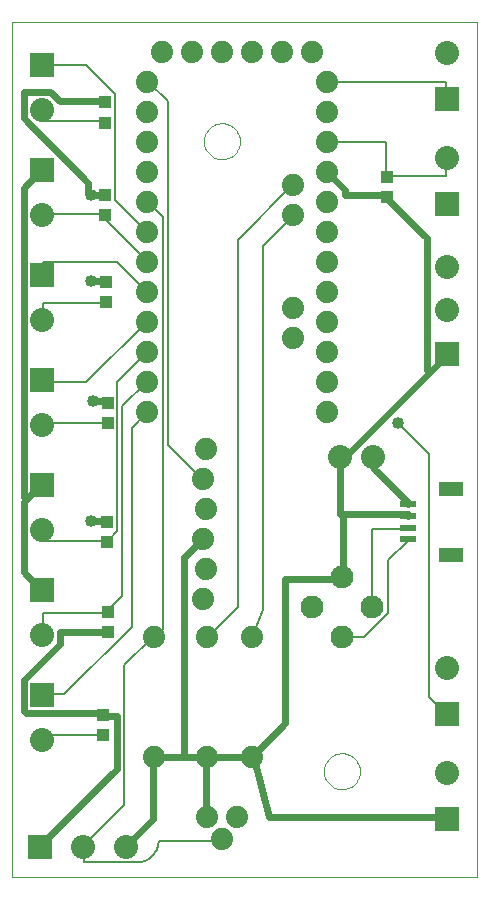
<source format=gtl>
G75*
%MOIN*%
%OFA0B0*%
%FSLAX24Y24*%
%IPPOS*%
%LPD*%
%AMOC8*
5,1,8,0,0,1.08239X$1,22.5*
%
%ADD10C,0.0000*%
%ADD11R,0.0800X0.0800*%
%ADD12C,0.0800*%
%ADD13C,0.0740*%
%ADD14C,0.0760*%
%ADD15R,0.0787X0.0472*%
%ADD16R,0.0531X0.0236*%
%ADD17R,0.0394X0.0433*%
%ADD18C,0.0240*%
%ADD19C,0.0400*%
%ADD20C,0.0080*%
D10*
X000557Y000557D02*
X000557Y029057D01*
X016057Y029057D01*
X016057Y000557D01*
X000557Y000557D01*
X010967Y004067D02*
X010969Y004116D01*
X010975Y004164D01*
X010985Y004212D01*
X010999Y004259D01*
X011016Y004305D01*
X011037Y004349D01*
X011062Y004391D01*
X011090Y004431D01*
X011122Y004469D01*
X011156Y004504D01*
X011193Y004536D01*
X011232Y004565D01*
X011274Y004591D01*
X011318Y004613D01*
X011363Y004631D01*
X011410Y004646D01*
X011457Y004657D01*
X011506Y004664D01*
X011555Y004667D01*
X011604Y004666D01*
X011652Y004661D01*
X011701Y004652D01*
X011748Y004639D01*
X011794Y004622D01*
X011838Y004602D01*
X011881Y004578D01*
X011922Y004551D01*
X011960Y004520D01*
X011996Y004487D01*
X012028Y004451D01*
X012058Y004412D01*
X012085Y004371D01*
X012108Y004327D01*
X012127Y004282D01*
X012143Y004236D01*
X012155Y004189D01*
X012163Y004140D01*
X012167Y004091D01*
X012167Y004043D01*
X012163Y003994D01*
X012155Y003945D01*
X012143Y003898D01*
X012127Y003852D01*
X012108Y003807D01*
X012085Y003763D01*
X012058Y003722D01*
X012028Y003683D01*
X011996Y003647D01*
X011960Y003614D01*
X011922Y003583D01*
X011881Y003556D01*
X011838Y003532D01*
X011794Y003512D01*
X011748Y003495D01*
X011701Y003482D01*
X011652Y003473D01*
X011604Y003468D01*
X011555Y003467D01*
X011506Y003470D01*
X011457Y003477D01*
X011410Y003488D01*
X011363Y003503D01*
X011318Y003521D01*
X011274Y003543D01*
X011232Y003569D01*
X011193Y003598D01*
X011156Y003630D01*
X011122Y003665D01*
X011090Y003703D01*
X011062Y003743D01*
X011037Y003785D01*
X011016Y003829D01*
X010999Y003875D01*
X010985Y003922D01*
X010975Y003970D01*
X010969Y004018D01*
X010967Y004067D01*
X006967Y025067D02*
X006969Y025116D01*
X006975Y025164D01*
X006985Y025212D01*
X006999Y025259D01*
X007016Y025305D01*
X007037Y025349D01*
X007062Y025391D01*
X007090Y025431D01*
X007122Y025469D01*
X007156Y025504D01*
X007193Y025536D01*
X007232Y025565D01*
X007274Y025591D01*
X007318Y025613D01*
X007363Y025631D01*
X007410Y025646D01*
X007457Y025657D01*
X007506Y025664D01*
X007555Y025667D01*
X007604Y025666D01*
X007652Y025661D01*
X007701Y025652D01*
X007748Y025639D01*
X007794Y025622D01*
X007838Y025602D01*
X007881Y025578D01*
X007922Y025551D01*
X007960Y025520D01*
X007996Y025487D01*
X008028Y025451D01*
X008058Y025412D01*
X008085Y025371D01*
X008108Y025327D01*
X008127Y025282D01*
X008143Y025236D01*
X008155Y025189D01*
X008163Y025140D01*
X008167Y025091D01*
X008167Y025043D01*
X008163Y024994D01*
X008155Y024945D01*
X008143Y024898D01*
X008127Y024852D01*
X008108Y024807D01*
X008085Y024763D01*
X008058Y024722D01*
X008028Y024683D01*
X007996Y024647D01*
X007960Y024614D01*
X007922Y024583D01*
X007881Y024556D01*
X007838Y024532D01*
X007794Y024512D01*
X007748Y024495D01*
X007701Y024482D01*
X007652Y024473D01*
X007604Y024468D01*
X007555Y024467D01*
X007506Y024470D01*
X007457Y024477D01*
X007410Y024488D01*
X007363Y024503D01*
X007318Y024521D01*
X007274Y024543D01*
X007232Y024569D01*
X007193Y024598D01*
X007156Y024630D01*
X007122Y024665D01*
X007090Y024703D01*
X007062Y024743D01*
X007037Y024785D01*
X007016Y024829D01*
X006999Y024875D01*
X006985Y024922D01*
X006975Y024970D01*
X006969Y025018D01*
X006967Y025067D01*
D11*
X001557Y024127D03*
X001557Y020627D03*
X001557Y017127D03*
X001557Y013627D03*
X001557Y010127D03*
X001557Y006627D03*
X001487Y001557D03*
X015057Y002487D03*
X015057Y005987D03*
X015057Y017987D03*
X015057Y022987D03*
X015057Y026487D03*
X001557Y027627D03*
D12*
X001557Y026109D03*
X001557Y022609D03*
X001557Y019109D03*
X001557Y015609D03*
X001557Y012109D03*
X001557Y008609D03*
X001557Y005109D03*
X002935Y001557D03*
X004383Y001557D03*
X011507Y014557D03*
X012607Y014557D03*
X015057Y019435D03*
X015057Y020883D03*
X015057Y024505D03*
X015057Y028005D03*
X015057Y007505D03*
X015057Y004005D03*
D13*
X008557Y004557D03*
X008057Y002557D03*
X007557Y001807D03*
X007057Y002557D03*
X007057Y004557D03*
X005307Y004557D03*
X005307Y008557D03*
X006947Y009807D03*
X007047Y010807D03*
X006947Y011807D03*
X007047Y012807D03*
X006947Y013807D03*
X007047Y014807D03*
X005057Y016057D03*
X005057Y017057D03*
X005057Y018057D03*
X005057Y019057D03*
X005057Y020057D03*
X005057Y021057D03*
X005057Y022057D03*
X005057Y023057D03*
X005057Y024057D03*
X005057Y025057D03*
X005057Y026057D03*
X005057Y027057D03*
X005557Y028057D03*
X006557Y028057D03*
X007557Y028057D03*
X008557Y028057D03*
X009557Y028057D03*
X010557Y028057D03*
X011057Y027057D03*
X011057Y026057D03*
X011057Y025057D03*
X011057Y024057D03*
X011057Y023057D03*
X011057Y022057D03*
X011057Y021057D03*
X011057Y020057D03*
X011057Y019057D03*
X011057Y018057D03*
X011057Y017057D03*
X011057Y016057D03*
X009932Y018495D03*
X009932Y019495D03*
X009932Y022620D03*
X009932Y023620D03*
X008557Y008557D03*
X007057Y008557D03*
D14*
X010557Y009557D03*
X011557Y008557D03*
X012557Y009557D03*
X011557Y010557D03*
D15*
X015204Y011285D03*
X015204Y013490D03*
D16*
X013757Y012978D03*
X013757Y012584D03*
X013757Y012190D03*
X013757Y011797D03*
D17*
X013057Y023223D03*
X013057Y023892D03*
X003677Y023282D03*
X003677Y022613D03*
X003707Y020372D03*
X003707Y019703D03*
X003757Y016342D03*
X003757Y015673D03*
X003747Y012392D03*
X003747Y011723D03*
X003757Y009392D03*
X003757Y008723D03*
X003617Y005952D03*
X003617Y005283D03*
X003667Y025693D03*
X003667Y026362D03*
D18*
X003597Y026397D01*
X002157Y026397D01*
X001837Y026717D01*
X000957Y026717D01*
X000957Y025837D01*
X003117Y023677D01*
X003117Y023357D01*
X003197Y023277D01*
X003677Y023277D01*
X003677Y023282D01*
X003677Y020397D02*
X003197Y020397D01*
X003677Y020397D02*
X003707Y020372D01*
X003757Y016397D02*
X003277Y016397D01*
X003757Y016397D02*
X003757Y016342D01*
X001557Y013627D02*
X001517Y013597D01*
X001037Y013117D01*
X000957Y013197D01*
X000957Y023517D01*
X001517Y024077D01*
X001557Y024127D01*
X001037Y013117D02*
X000957Y013037D01*
X000957Y010717D01*
X001517Y010157D01*
X001557Y010127D01*
X002157Y008717D02*
X002157Y008317D01*
X000957Y007117D01*
X000957Y006077D01*
X001037Y005997D01*
X003517Y005997D01*
X003617Y005952D01*
X003677Y005917D01*
X004077Y005917D01*
X004077Y004157D01*
X001517Y001597D01*
X001487Y001557D01*
X004383Y001557D02*
X004397Y001597D01*
X005277Y002477D01*
X005277Y004477D01*
X005307Y004557D01*
X006317Y004557D01*
X006317Y011197D01*
X006877Y011757D01*
X006947Y011807D01*
X009677Y010477D02*
X009677Y005677D01*
X008557Y004557D01*
X008637Y004477D01*
X009137Y002557D01*
X015037Y002557D01*
X015057Y002487D01*
X011517Y010477D02*
X011557Y010557D01*
X011597Y010557D01*
X011597Y012637D01*
X013757Y012637D01*
X013757Y012584D01*
X013757Y012978D02*
X013757Y013037D01*
X012637Y014157D01*
X012637Y014557D01*
X012607Y014557D01*
X011597Y014477D02*
X011507Y014557D01*
X011517Y014557D01*
X011517Y012637D01*
X011597Y012637D01*
X011597Y014477D02*
X014477Y017357D01*
X014397Y017437D01*
X014397Y021837D01*
X013117Y023117D01*
X013057Y023223D01*
X013037Y023277D01*
X011677Y023277D01*
X011677Y023437D01*
X011057Y024057D01*
X015037Y017917D02*
X014477Y017357D01*
X015037Y017917D02*
X015057Y017987D01*
X011517Y010477D02*
X009677Y010477D01*
X008557Y004557D02*
X007057Y004557D01*
X007037Y004477D01*
X007037Y002557D01*
X007057Y002557D01*
X007057Y004557D02*
X006317Y004557D01*
X003757Y008717D02*
X003757Y008723D01*
X003757Y008717D02*
X002157Y008717D01*
X003197Y012397D02*
X003677Y012397D01*
X003747Y012392D01*
D19*
X003197Y012397D03*
X003277Y016397D03*
X003197Y020397D03*
X003197Y023277D03*
X013437Y015677D03*
D20*
X014477Y014637D01*
X014477Y006557D01*
X015037Y005997D01*
X015057Y005987D01*
X012317Y008557D02*
X013117Y009357D01*
X013117Y011117D01*
X013757Y011757D01*
X013757Y011797D01*
X013757Y012157D02*
X013757Y012190D01*
X013757Y012157D02*
X012557Y012157D01*
X012557Y009557D01*
X012317Y008557D02*
X011557Y008557D01*
X008937Y009437D02*
X008937Y021577D01*
X009917Y022557D01*
X009932Y022620D01*
X009917Y023597D02*
X009932Y023620D01*
X009917Y023597D02*
X008097Y021777D01*
X008097Y009537D01*
X007117Y008557D01*
X007057Y008557D01*
X005597Y008797D02*
X005357Y008557D01*
X005307Y008557D01*
X005277Y008557D01*
X004317Y007597D01*
X004317Y002957D01*
X002957Y001597D01*
X002935Y001557D01*
X002957Y001517D01*
X002957Y001037D01*
X004637Y001037D01*
X004737Y001037D01*
X004788Y001039D01*
X004839Y001044D01*
X004890Y001053D01*
X004940Y001066D01*
X004989Y001082D01*
X005036Y001102D01*
X005082Y001125D01*
X005126Y001151D01*
X005168Y001181D01*
X005208Y001213D01*
X005246Y001248D01*
X005281Y001286D01*
X005313Y001326D01*
X005343Y001368D01*
X005369Y001412D01*
X005392Y001458D01*
X005412Y001505D01*
X005428Y001554D01*
X005441Y001604D01*
X005450Y001655D01*
X005455Y001706D01*
X005457Y001757D01*
X007517Y001757D01*
X007557Y001807D01*
X008557Y008557D02*
X008937Y009437D01*
X006947Y013807D02*
X006877Y013837D01*
X005757Y014957D01*
X005757Y026397D01*
X005117Y027037D01*
X005057Y027057D01*
X003997Y026637D02*
X003037Y027597D01*
X001597Y027597D01*
X001557Y027627D01*
X001557Y026109D02*
X001597Y026077D01*
X001597Y025757D01*
X003597Y025757D01*
X003667Y025693D01*
X003997Y026637D02*
X003997Y023117D01*
X005057Y022057D01*
X005597Y022557D02*
X005597Y008797D01*
X004557Y008877D02*
X002317Y006637D01*
X001597Y006637D01*
X001557Y006627D01*
X001597Y005277D02*
X001597Y005117D01*
X001557Y005109D01*
X001597Y005277D02*
X003597Y005277D01*
X003617Y005283D01*
X004557Y008877D02*
X004557Y015517D01*
X005037Y015997D01*
X005057Y016057D01*
X004237Y016237D02*
X005057Y017057D01*
X005037Y017997D02*
X005057Y018057D01*
X005037Y017997D02*
X004077Y017037D01*
X004077Y012077D01*
X003757Y011757D01*
X003747Y011723D01*
X003677Y011757D01*
X001597Y011757D01*
X001597Y012077D01*
X001557Y012109D01*
X001597Y009357D02*
X001597Y008637D01*
X001557Y008609D01*
X001597Y009357D02*
X003757Y009357D01*
X003757Y009392D01*
X003757Y009437D01*
X004237Y009917D01*
X004237Y016237D01*
X003757Y015677D02*
X003757Y015673D01*
X003757Y015677D02*
X001597Y015677D01*
X001557Y015609D01*
X001597Y017037D02*
X001597Y017117D01*
X001557Y017127D01*
X001597Y017037D02*
X003037Y017037D01*
X005057Y019057D01*
X005057Y020057D02*
X004077Y021037D01*
X001597Y021037D01*
X001597Y020637D01*
X001557Y020627D01*
X001597Y019677D02*
X001597Y019117D01*
X001557Y019109D01*
X001597Y019677D02*
X003677Y019677D01*
X003707Y019703D01*
X005057Y021057D02*
X005037Y021117D01*
X003677Y022477D01*
X003677Y022613D01*
X003677Y022637D01*
X001597Y022637D01*
X001557Y022609D01*
X005057Y023057D02*
X005117Y023037D01*
X005597Y022557D01*
X011057Y025057D02*
X011117Y025037D01*
X013037Y025037D01*
X013037Y023917D01*
X013057Y023892D01*
X013117Y023917D01*
X015037Y023917D01*
X015037Y024477D01*
X015057Y024505D01*
X015057Y026487D02*
X015037Y026557D01*
X015037Y027037D01*
X011117Y027037D01*
X011057Y027057D01*
M02*

</source>
